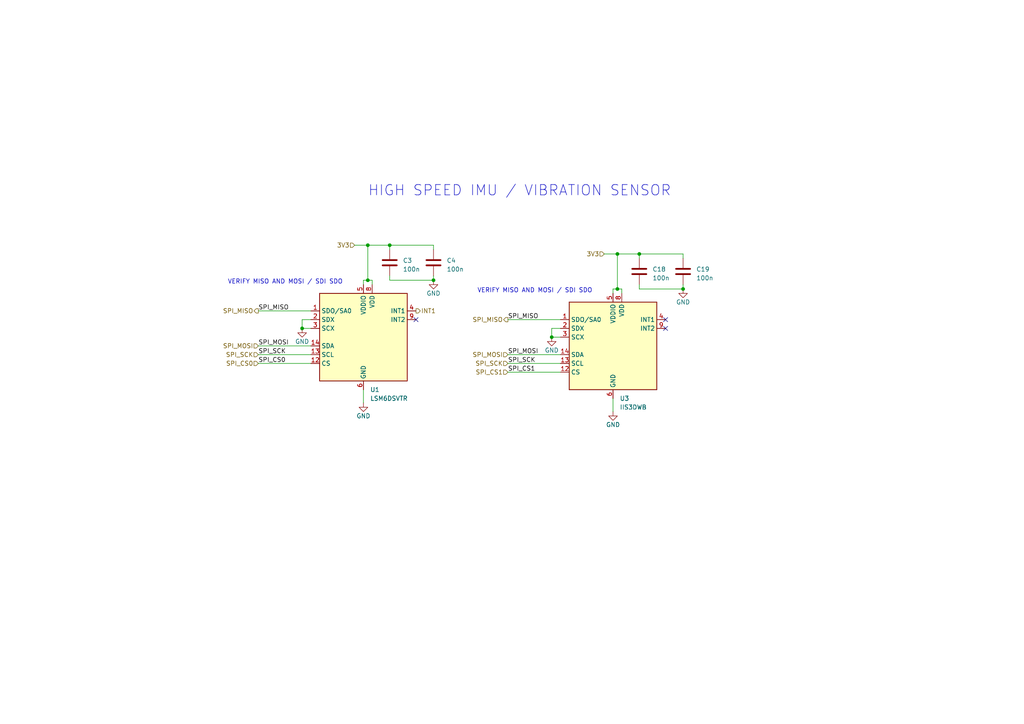
<source format=kicad_sch>
(kicad_sch (version 20230121) (generator eeschema)
  (paper "A4")
  (title_block (title "Payload 2023 CM4 Board") (date "2023-04-25") (rev "0.1WIP") (company "AGH Space Systems") (comment 1 "Filip Tomczyk") (comment 2 "SQ3TLE.DEV"))
  (lib_symbols
    (symbol "Device:C" (pin_numbers hide) (pin_names (offset 0.254))
      (property "Reference" "C" (at 0.635 2.54 0))
      (property "Value" "C" (at 0.635 -2.54 0))
      (symbol "C_0_1"
        (polyline (pts (xy -2.032 -0.762) (xy 2.032 -0.762)) (stroke (width 0.508)))
        (polyline (pts (xy -2.032 0.762) (xy 2.032 0.762)) (stroke (width 0.508)))
      )
      (symbol "C_1_1"
        (pin passive line (at 0 3.81 270) (length 2.794) (name "~") (number "1"))
        (pin passive line (at 0 -3.81 90) (length 2.794) (name "~") (number "2"))
      )
    )
    (symbol "Sensor_Motion:LSM6DS3"
      (property "Reference" "U" (at -11.43 15.24 0))
      (property "Value" "LSM6DS3" (at -11.43 12.7 0))
      (symbol "LSM6DS3_0_1"
        (rectangle (start -12.7 12.7) (end 12.7 -12.7) (stroke (width 0.254)) (fill (type background)))
      )
      (symbol "LSM6DS3_1_1"
        (pin bidirectional line (at -15.24 7.62 0) (length 2.54) (name "SDO/SA0") (number "1"))
        (pin no_connect line (at 12.7 -5.08 180) (length 3.81) hide (name "NC") (number "10"))
        (pin no_connect line (at 12.7 -2.54 180) (length 3.81) hide (name "NC") (number "11"))
        (pin input line (at -15.24 -7.62 0) (length 2.54) (name "CS") (number "12"))
        (pin input line (at -15.24 -5.08 0) (length 2.54) (name "SCL") (number "13"))
        (pin bidirectional line (at -15.24 -2.54 0) (length 2.54) (name "SDA") (number "14"))
        (pin bidirectional line (at -15.24 5.08 0) (length 2.54) (name "SDX") (number "2"))
        (pin input line (at -15.24 2.54 0) (length 2.54) (name "SCX") (number "3"))
        (pin output line (at 15.24 7.62 180) (length 2.54) (name "INT1") (number "4"))
        (pin power_in line (at 0 15.24 270) (length 2.54) (name "VDDIO") (number "5"))
        (pin power_in line (at 0 -15.24 90) (length 2.54) (name "GND") (number "6"))
        (pin passive line (at 0 -15.24 90) (length 2.54) hide (name "GND") (number "7"))
        (pin power_in line (at 2.54 15.24 270) (length 2.54) (name "VDD") (number "8"))
        (pin output line (at 15.24 5.08 180) (length 2.54) (name "INT2") (number "9"))
      )
    )
    (symbol "power:GND" (power) (pin_names (offset 0))
      (property "Value" "GND" (at 0 -3.81 0))
      (symbol "GND_0_1"
        (polyline (pts (xy 0 0) (xy 0 -1.27) (xy 1.27 -1.27) (xy 0 -2.54) (xy -1.27 -1.27) (xy 0 -1.27)))
      )
      (symbol "GND_1_1"
        (pin power_in line (at 0 0 270) (length 0) hide (name "GND") (number "1"))
      )
    )
  )
  (junction (at 106.68 81.28))
  (junction (at 113.03 71.12))
  (junction (at 185.42 73.66))
  (junction (at 198.12 83.82))
  (junction (at 179.07 83.82))
  (junction (at 87.63 95.25))
  (junction (at 160.02 97.79))
  (junction (at 125.73 81.28))
  (junction (at 106.68 71.12))
  (junction (at 179.07 73.66))
  (no_connect (at 120.65 92.71))
  (no_connect (at 193.04 92.71))
  (no_connect (at 193.04 95.25))
  (wire (pts (xy 102.87 71.12) (xy 106.68 71.12)))
  (wire (pts (xy 179.07 73.66) (xy 179.07 83.82)))
  (wire (pts (xy 180.34 83.82) (xy 180.34 85.09)))
  (wire (pts (xy 147.32 107.95) (xy 162.56 107.95)))
  (wire (pts (xy 105.41 81.28) (xy 106.68 81.28)))
  (wire (pts (xy 74.93 102.87) (xy 90.17 102.87)))
  (wire (pts (xy 90.17 92.71) (xy 87.63 92.71)))
  (wire (pts (xy 105.41 116.84) (xy 105.41 113.03)))
  (wire (pts (xy 106.68 71.12) (xy 106.68 81.28)))
  (wire (pts (xy 177.8 119.38) (xy 177.8 115.57)))
  (wire (pts (xy 177.8 83.82) (xy 179.07 83.82)))
  (wire (pts (xy 74.93 100.33) (xy 90.17 100.33)))
  (wire (pts (xy 185.42 73.66) (xy 198.12 73.66)))
  (wire (pts (xy 198.12 73.66) (xy 198.12 74.93)))
  (wire (pts (xy 113.03 81.28) (xy 125.73 81.28)))
  (wire (pts (xy 160.02 95.25) (xy 160.02 97.79)))
  (wire (pts (xy 179.07 73.66) (xy 185.42 73.66)))
  (wire (pts (xy 106.68 81.28) (xy 107.95 81.28)))
  (wire (pts (xy 74.93 105.41) (xy 90.17 105.41)))
  (wire (pts (xy 113.03 81.28) (xy 113.03 80.01)))
  (wire (pts (xy 147.32 105.41) (xy 162.56 105.41)))
  (wire (pts (xy 185.42 83.82) (xy 185.42 82.55)))
  (wire (pts (xy 113.03 71.12) (xy 125.73 71.12)))
  (wire (pts (xy 125.73 71.12) (xy 125.73 72.39)))
  (wire (pts (xy 87.63 95.25) (xy 90.17 95.25)))
  (wire (pts (xy 147.32 102.87) (xy 162.56 102.87)))
  (wire (pts (xy 179.07 83.82) (xy 180.34 83.82)))
  (wire (pts (xy 107.95 81.28) (xy 107.95 82.55)))
  (wire (pts (xy 113.03 71.12) (xy 113.03 72.39)))
  (wire (pts (xy 160.02 97.79) (xy 162.56 97.79)))
  (wire (pts (xy 185.42 83.82) (xy 198.12 83.82)))
  (wire (pts (xy 175.26 73.66) (xy 179.07 73.66)))
  (wire (pts (xy 87.63 92.71) (xy 87.63 95.25)))
  (wire (pts (xy 106.68 71.12) (xy 113.03 71.12)))
  (wire (pts (xy 74.93 90.17) (xy 90.17 90.17)))
  (wire (pts (xy 185.42 73.66) (xy 185.42 74.93)))
  (wire (pts (xy 147.32 92.71) (xy 162.56 92.71)))
  (wire (pts (xy 105.41 82.55) (xy 105.41 81.28)))
  (wire (pts (xy 125.73 81.28) (xy 125.73 80.01)))
  (wire (pts (xy 162.56 95.25) (xy 160.02 95.25)))
  (wire (pts (xy 198.12 83.82) (xy 198.12 82.55)))
  (wire (pts (xy 177.8 85.09) (xy 177.8 83.82)))
  (text "VERIFY MISO AND MOSI / SDI SDO" (at 66.04 82.55 0) (effects (font (size 1.27 1.27)) (justify left bottom)))
  (text "VERIFY MISO AND MOSI / SDI SDO" (at 138.43 85.09 0) (effects (font (size 1.27 1.27)) (justify left bottom)))
  (text "HIGH SPEED IMU / VIBRATION SENSOR" (at 106.68 57.15 0) (effects (font (size 3 3)) (justify left bottom)))
  (label "SPI_CS0" (at 74.93 105.41 0))
  (label "SPI_CS1" (at 147.32 107.95 0))
  (label "SPI_MOSI" (at 74.93 100.33 0))
  (label "SPI_SCK" (at 147.32 105.41 0))
  (label "SPI_MISO" (at 74.93 90.17 0))
  (label "SPI_MISO" (at 147.32 92.71 0))
  (label "SPI_MOSI" (at 147.32 102.87 0))
  (label "SPI_SCK" (at 74.93 102.87 0))
  (hierarchical_label "SPI_MOSI" (shape input) (at 74.93 100.33 180))
  (hierarchical_label "SPI_CS0" (shape input) (at 74.93 105.41 180))
  (hierarchical_label "INT1" (shape output) (at 120.65 90.17 0))
  (hierarchical_label "SPI_MOSI" (shape input) (at 147.32 102.87 180))
  (hierarchical_label "SPI_MISO" (shape output) (at 74.93 90.17 180))
  (hierarchical_label "SPI_SCK" (shape input) (at 147.32 105.41 180))
  (hierarchical_label "3V3" (shape input) (at 175.26 73.66 180))
  (hierarchical_label "SPI_SCK" (shape input) (at 74.93 102.87 180))
  (hierarchical_label "SPI_MISO" (shape output) (at 147.32 92.71 180))
  (hierarchical_label "3V3" (shape input) (at 102.87 71.12 180))
  (hierarchical_label "SPI_CS1" (shape input) (at 147.32 107.95 180))
  (symbol (lib_id "power:GND") (at 125.73 81.28 0) (unit 1)
    (property "Reference" "#PWR011" (effects hide))
    (property "Value" "GND" (at 125.73 85.09 0))
  )
  (symbol (lib_id "power:GND") (at 198.12 83.82 0) (unit 1)
    (property "Reference" "#PWR043" (effects hide))
    (property "Value" "GND" (at 198.12 87.63 0))
  )
  (symbol (lib_id "power:GND") (at 177.8 119.38 0) (unit 1)
    (property "Reference" "#PWR021" (effects hide))
    (property "Value" "GND" (at 177.8 123.19 0))
  )
  (symbol (lib_id "Device:C") (at 185.42 78.74 0) (unit 1)
    (property "Reference" "C18" (at 189.23 78.105 0) (effects (justify left)))
    (property "Value" "100n" (at 189.23 80.645 0) (effects (justify left)))
    (property "Footprint" "Capacitor_SMD:C_0402_1005Metric" (effects hide))
  )
  (symbol (lib_id "Sensor_Motion:LSM6DS3") (at 105.41 97.79 0) (unit 1)
    (property "Reference" "U1" (at 107.3659 113.03 0) (effects (justify left)))
    (property "Value" "LSM6DSVTR" (at 107.3659 115.57 0) (effects (justify left)))
    (property "Footprint" "Package_LGA:LGA-14_3x2.5mm_P0.5mm_LayoutBorder3x4y" (effects hide))
    (property "Datasheet" "https://www.st.com/resource/en/datasheet/lsm6ds3tr-c.pdf" (effects hide))
  )
  (symbol (lib_id "power:GND") (at 105.41 116.84 0) (unit 1)
    (property "Reference" "#PWR07" (effects hide))
    (property "Value" "GND" (at 105.41 120.65 0))
  )
  (symbol (lib_id "power:GND") (at 87.63 95.25 0) (unit 1)
    (property "Reference" "#PWR09" (effects hide))
    (property "Value" "GND" (at 87.63 99.06 0))
  )
  (symbol (lib_id "Device:C") (at 113.03 76.2 0) (unit 1)
    (property "Reference" "C3" (at 116.84 75.565 0) (effects (justify left)))
    (property "Value" "100n" (at 116.84 78.105 0) (effects (justify left)))
    (property "Footprint" "Capacitor_SMD:C_0402_1005Metric" (effects hide))
  )
  (symbol (lib_id "Device:C") (at 125.73 76.2 0) (unit 1)
    (property "Reference" "C4" (at 129.54 75.565 0) (effects (justify left)))
    (property "Value" "100n" (at 129.54 78.105 0) (effects (justify left)))
    (property "Footprint" "Capacitor_SMD:C_0402_1005Metric" (effects hide))
  )
  (symbol (lib_id "power:GND") (at 160.02 97.79 0) (unit 1)
    (property "Reference" "#PWR020" (effects hide))
    (property "Value" "GND" (at 160.02 101.6 0))
  )
  (symbol (lib_id "Device:C") (at 198.12 78.74 0) (unit 1)
    (property "Reference" "C19" (at 201.93 78.105 0) (effects (justify left)))
    (property "Value" "100n" (at 201.93 80.645 0) (effects (justify left)))
    (property "Footprint" "Capacitor_SMD:C_0402_1005Metric" (effects hide))
  )
  (symbol (lib_id "Sensor_Motion:LSM6DS3") (at 177.8 100.33 0) (unit 1)
    (property "Reference" "U3" (at 179.7559 115.57 0) (effects (justify left)))
    (property "Value" "IIS3DWB" (at 179.7559 118.11 0) (effects (justify left)))
    (property "Footprint" "Package_LGA:LGA-14_3x2.5mm_P0.5mm_LayoutBorder3x4y" (effects hide))
    (property "Datasheet" "https://www.st.com/resource/en/datasheet/lsm6ds3tr-c.pdf" (effects hide))
  )
)
</source>
